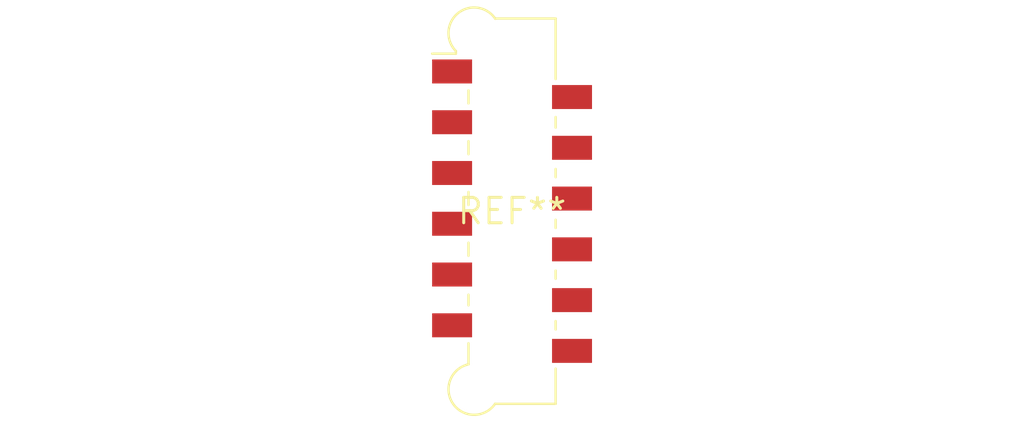
<source format=kicad_pcb>
(kicad_pcb (version 20240108) (generator pcbnew)
  (layers (0 "F.Cu" signal) (31 "B.Cu" signal) (34 "B.Paste" user) (35 "F.Paste" user) (36 "B.SilkS" user "B.Silkscreen") (37 "F.SilkS" user "F.Silkscreen") (38 "B.Mask" user) (39 "F.Mask" user) (44 "Edge.Cuts" user))
  (net 0 "")
  (footprint "Molex_Picoflex_90814-0012_2x06_P1.27mm_Vertical" (layer "F.Cu") (at 0 0)
    (property "Reference" "REF**")
    (property "Value" "Molex_Picoflex_90814-0012_2x06_P1.27mm_Vertical")
    (fp_line (start -2.81 -8.01) (end -2.81 -7.88) (layer "F.SilkS") (stroke (width 0.12)))
    (fp_line (start -2.81 -7.88) (end -4 -7.88) (layer "F.SilkS") (stroke (width 0.12)))
    (fp_line (start -2.18 -5.39) (end -2.18 -6.04) (layer "F.SilkS") (stroke (width 0.12)))
    (fp_line (start -2.18 -2.85) (end -2.18 -3.5) (layer "F.SilkS") (stroke (width 0.12)))
    (fp_line (start -2.18 -0.31) (end -2.18 -0.96) (layer "F.SilkS") (stroke (width 0.12)))
    (fp_line (start -2.18 2.23) (end -2.18 1.58) (layer "F.SilkS") (stroke (width 0.12)))
    (fp_line (start -2.18 4.71) (end -2.18 4.18) (layer "F.SilkS") (stroke (width 0.12)))
    (fp_line (start -2.18 7.66) (end -2.18 6.61) (layer "F.SilkS") (stroke (width 0.12)))
    (fp_line (start 2.18 -9.64) (end -0.82 -9.64) (layer "F.SilkS") (stroke (width 0.12)))
    (fp_line (start 2.18 -9.64) (end 2.18 -6.61) (layer "F.SilkS") (stroke (width 0.12)))
    (fp_line (start 2.18 -4.71) (end 2.18 -4.18) (layer "F.SilkS") (stroke (width 0.12)))
    (fp_line (start 2.18 -2.11) (end 2.18 -1.7) (layer "F.SilkS") (stroke (width 0.12)))
    (fp_line (start 2.18 0.43) (end 2.18 0.84) (layer "F.SilkS") (stroke (width 0.12)))
    (fp_line (start 2.18 2.97) (end 2.18 3.38) (layer "F.SilkS") (stroke (width 0.12)))
    (fp_line (start 2.18 5.5) (end 2.18 5.92) (layer "F.SilkS") (stroke (width 0.12)))
    (fp_line (start 2.18 7.88) (end 2.18 9.64) (layer "F.SilkS") (stroke (width 0.12)))
    (fp_line (start 2.18 9.64) (end -0.85 9.64) (layer "F.SilkS") (stroke (width 0.12)))
    (fp_arc (start -2.81 -8.01) (mid -2.708637 -9.902072) (end -0.834991 -9.619828) (layer "F.SilkS") (stroke (width 0.12)))
    (fp_arc (start -0.85 9.64) (mid -2.962791 9.621248) (end -2.174424 7.660964) (layer "F.SilkS") (stroke (width 0.12)))
    (pad "" np_thru_hole circle (at -1.9 -8.91) (size 1.9 1.9) (drill 1.9) (layers *.Cu *.Mask))
    (pad "" np_thru_hole circle (at -1.9 8.91) (size 1.9 1.9) (drill 1.9) (layers *.Cu *.Mask))
    (pad "1" smd rect (at -3 -6.99) (size 2 1.2) (layers "F.Cu" "F.Paste" "F.Mask"))
    (pad "2" smd rect (at 3 -5.71) (size 2 1.2) (layers "F.Cu" "F.Paste" "F.Mask"))
    (pad "3" smd rect (at -3 -4.45) (size 2 1.2) (layers "F.Cu" "F.Paste" "F.Mask"))
    (pad "4" smd rect (at 3 -3.17) (size 2 1.2) (layers "F.Cu" "F.Paste" "F.Mask"))
    (pad "5" smd rect (at -3 -1.91) (size 2 1.2) (layers "F.Cu" "F.Paste" "F.Mask"))
    (pad "6" smd rect (at 3 -0.63) (size 2 1.2) (layers "F.Cu" "F.Paste" "F.Mask"))
    (pad "7" smd rect (at -3 0.63) (size 2 1.2) (layers "F.Cu" "F.Paste" "F.Mask"))
    (pad "8" smd rect (at 3 1.91) (size 2 1.2) (layers "F.Cu" "F.Paste" "F.Mask"))
    (pad "9" smd rect (at -3 3.17) (size 2 1.2) (layers "F.Cu" "F.Paste" "F.Mask"))
    (pad "10" smd rect (at 3 4.45) (size 2 1.2) (layers "F.Cu" "F.Paste" "F.Mask"))
    (pad "11" smd rect (at -3 5.71) (size 2 1.2) (layers "F.Cu" "F.Paste" "F.Mask"))
    (pad "12" smd rect (at 3 6.99) (size 2 1.2) (layers "F.Cu" "F.Paste" "F.Mask"))
  )
)
</source>
